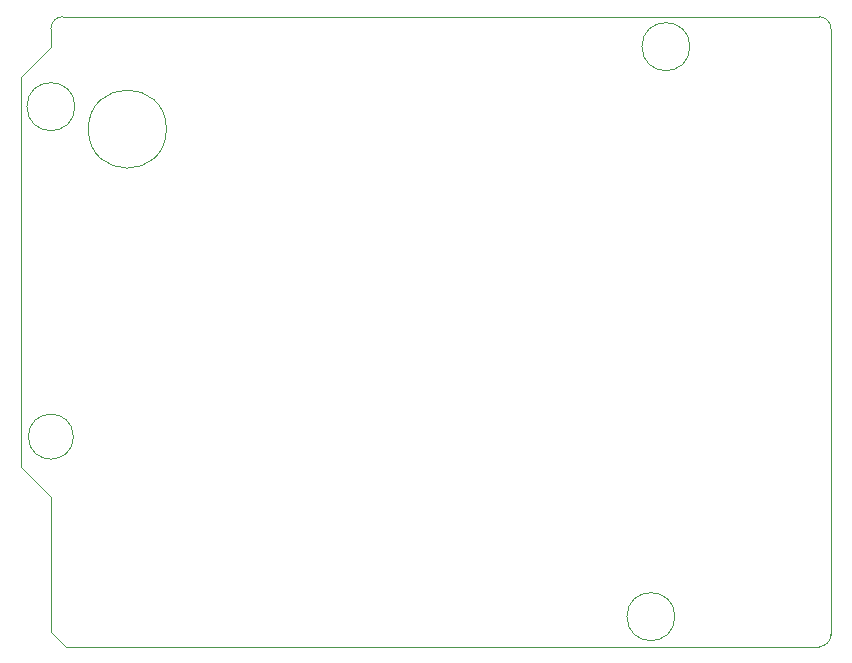
<source format=gm1>
G04 #@! TF.GenerationSoftware,KiCad,Pcbnew,no-vcs-found-7688~57~ubuntu16.04.1*
G04 #@! TF.CreationDate,2017-03-02T14:26:04+07:00*
G04 #@! TF.ProjectId,cellular,63656C6C756C61722E6B696361645F70,rev?*
G04 #@! TF.FileFunction,Profile,NP*
%FSLAX46Y46*%
G04 Gerber Fmt 4.6, Leading zero omitted, Abs format (unit mm)*
G04 Created by KiCad (PCBNEW no-vcs-found-7688~57~ubuntu16.04.1) date Thu Mar  2 14:26:04 2017*
%MOMM*%
%LPD*%
G01*
G04 APERTURE LIST*
%ADD10C,0.100000*%
G04 APERTURE END LIST*
D10*
X153797000Y-143510000D02*
G75*
G03X153797000Y-143510000I-2032000J0D01*
G01*
X155067000Y-95250000D02*
G75*
G03X155067000Y-95250000I-2032000J0D01*
G01*
X101981000Y-92710000D02*
G75*
G03X100965000Y-93726000I0J-1016000D01*
G01*
X165989000Y-146050000D02*
G75*
G03X167005000Y-145034000I0J1016000D01*
G01*
X167005000Y-93726000D02*
G75*
G03X165989000Y-92710000I-1016000J0D01*
G01*
X102870000Y-128270000D02*
G75*
G03X102870000Y-128270000I-1905000J0D01*
G01*
X102997000Y-100330000D02*
G75*
G03X102997000Y-100330000I-2032000J0D01*
G01*
X110746441Y-102235000D02*
G75*
G03X110746441Y-102235000I-3304441J0D01*
G01*
X101981000Y-92710000D02*
X165989000Y-92710000D01*
X100965000Y-95250000D02*
X100965000Y-93726000D01*
X98425000Y-97790000D02*
X100965000Y-95250000D01*
X98425000Y-130810000D02*
X98425000Y-97790000D01*
X100965000Y-133350000D02*
X98425000Y-130810000D01*
X100965000Y-144780000D02*
X100965000Y-133350000D01*
X102235000Y-146050000D02*
X100965000Y-144780000D01*
X165989000Y-146050000D02*
X102235000Y-146050000D01*
X167005000Y-93726000D02*
X167005000Y-145034000D01*
M02*

</source>
